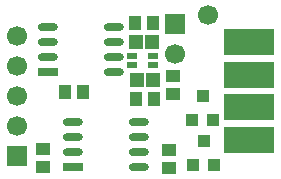
<source format=gbr>
G04 #@! TF.FileFunction,Soldermask,Bot*
%FSLAX46Y46*%
G04 Gerber Fmt 4.6, Leading zero omitted, Abs format (unit mm)*
G04 Created by KiCad (PCBNEW 4.0.0-rc1-stable) date 25.10.2015 0:42:20*
%MOMM*%
G01*
G04 APERTURE LIST*
%ADD10C,0.100000*%
%ADD11R,1.089000X1.216000*%
%ADD12R,1.216000X1.089000*%
%ADD13R,1.114400X1.114400*%
%ADD14O,1.701140X0.708000*%
%ADD15R,1.701140X0.708000*%
%ADD16R,1.280000X1.200000*%
%ADD17R,1.200000X1.100000*%
%ADD18R,0.901040X0.598780*%
%ADD19C,1.700000*%
%ADD20R,1.700000X1.700000*%
%ADD21R,1.100000X1.200000*%
%ADD22R,4.200000X2.200000*%
G04 APERTURE END LIST*
D10*
D11*
X166618100Y-88600000D03*
X165094100Y-88600000D03*
D12*
X163200000Y-93438000D03*
X163200000Y-94962000D03*
X173905400Y-93525300D03*
X173905400Y-95049300D03*
D13*
X175958400Y-94767900D03*
X177736400Y-94767900D03*
X176847400Y-92735900D03*
X175871000Y-90957200D03*
X177649000Y-90957200D03*
X176760000Y-88925200D03*
D14*
X171394000Y-94905000D03*
D15*
X165806000Y-94905000D03*
D14*
X171394000Y-93635000D03*
X171394000Y-92365000D03*
X171394000Y-91095000D03*
X165806000Y-93635000D03*
X165806000Y-92365000D03*
X165806000Y-91095000D03*
X169194000Y-86905000D03*
D15*
X163606000Y-86905000D03*
D14*
X169194000Y-85635000D03*
X169194000Y-84365000D03*
X169194000Y-83095000D03*
X163606000Y-85635000D03*
X163606000Y-84365000D03*
X163606000Y-83095000D03*
D16*
X172452200Y-84339700D03*
X171132200Y-84339700D03*
X172495800Y-87569000D03*
X171175800Y-87569000D03*
D17*
X174200000Y-87250000D03*
X174200000Y-88750000D03*
D18*
X170780240Y-86342180D03*
X172578560Y-86342180D03*
X172578560Y-85544620D03*
X170780240Y-85544620D03*
D19*
X161000000Y-83840000D03*
D20*
X161000000Y-94000000D03*
D19*
X161000000Y-91460000D03*
X161000000Y-88920000D03*
X161000000Y-86380000D03*
X177210700Y-82027200D03*
D21*
X171042100Y-82717900D03*
X172542100Y-82717900D03*
X172585800Y-89169000D03*
X171085800Y-89169000D03*
D20*
X174400000Y-82800000D03*
D19*
X174400000Y-85340000D03*
D22*
X180700000Y-84345000D03*
X180700000Y-87115000D03*
X180700000Y-89885000D03*
X180700000Y-92655000D03*
M02*

</source>
